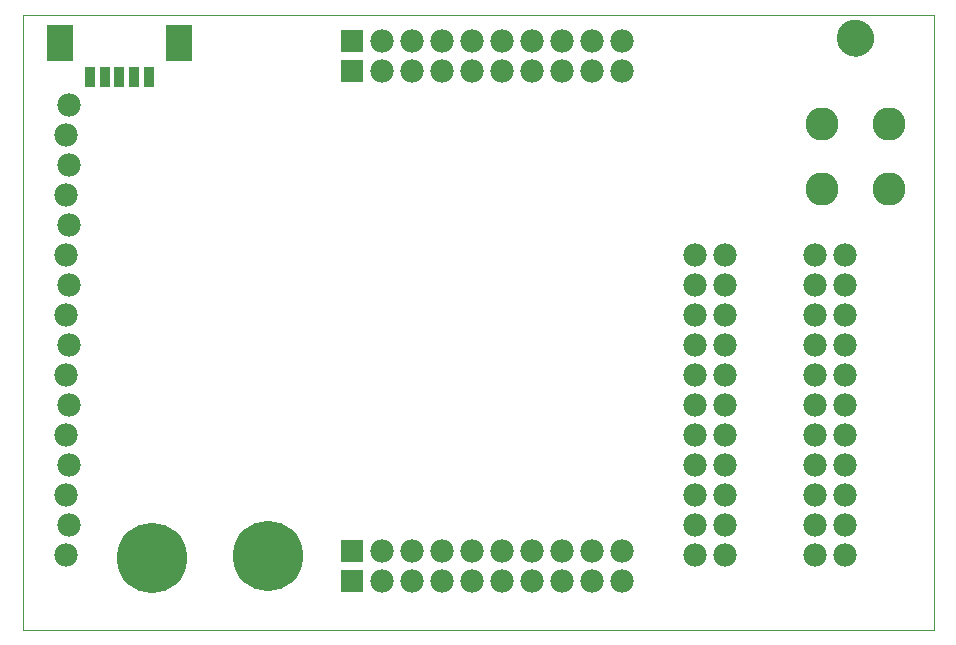
<source format=gbs>
G75*
%MOIN*%
%OFA0B0*%
%FSLAX25Y25*%
%IPPOS*%
%LPD*%
%AMOC8*
5,1,8,0,0,1.08239X$1,22.5*
%
%ADD10C,0.00000*%
%ADD11C,0.07800*%
%ADD12R,0.03550X0.06699*%
%ADD13R,0.08668X0.12211*%
%ADD14R,0.07800X0.07800*%
%ADD15C,0.23400*%
%ADD16C,0.12211*%
%ADD17C,0.11030*%
D10*
X0002194Y0006842D02*
X0002194Y0211802D01*
X0305894Y0211802D01*
X0305894Y0006842D01*
X0002194Y0006842D01*
X0273768Y0204086D02*
X0273770Y0204239D01*
X0273776Y0204393D01*
X0273786Y0204546D01*
X0273800Y0204698D01*
X0273818Y0204851D01*
X0273840Y0205002D01*
X0273865Y0205153D01*
X0273895Y0205304D01*
X0273929Y0205454D01*
X0273966Y0205602D01*
X0274007Y0205750D01*
X0274052Y0205896D01*
X0274101Y0206042D01*
X0274154Y0206186D01*
X0274210Y0206328D01*
X0274270Y0206469D01*
X0274334Y0206609D01*
X0274401Y0206747D01*
X0274472Y0206883D01*
X0274547Y0207017D01*
X0274624Y0207149D01*
X0274706Y0207279D01*
X0274790Y0207407D01*
X0274878Y0207533D01*
X0274969Y0207656D01*
X0275063Y0207777D01*
X0275161Y0207895D01*
X0275261Y0208011D01*
X0275365Y0208124D01*
X0275471Y0208235D01*
X0275580Y0208343D01*
X0275692Y0208448D01*
X0275806Y0208549D01*
X0275924Y0208648D01*
X0276043Y0208744D01*
X0276165Y0208837D01*
X0276290Y0208926D01*
X0276417Y0209013D01*
X0276546Y0209095D01*
X0276677Y0209175D01*
X0276810Y0209251D01*
X0276945Y0209324D01*
X0277082Y0209393D01*
X0277221Y0209458D01*
X0277361Y0209520D01*
X0277503Y0209578D01*
X0277646Y0209633D01*
X0277791Y0209684D01*
X0277937Y0209731D01*
X0278084Y0209774D01*
X0278232Y0209813D01*
X0278381Y0209849D01*
X0278531Y0209880D01*
X0278682Y0209908D01*
X0278833Y0209932D01*
X0278986Y0209952D01*
X0279138Y0209968D01*
X0279291Y0209980D01*
X0279444Y0209988D01*
X0279597Y0209992D01*
X0279751Y0209992D01*
X0279904Y0209988D01*
X0280057Y0209980D01*
X0280210Y0209968D01*
X0280362Y0209952D01*
X0280515Y0209932D01*
X0280666Y0209908D01*
X0280817Y0209880D01*
X0280967Y0209849D01*
X0281116Y0209813D01*
X0281264Y0209774D01*
X0281411Y0209731D01*
X0281557Y0209684D01*
X0281702Y0209633D01*
X0281845Y0209578D01*
X0281987Y0209520D01*
X0282127Y0209458D01*
X0282266Y0209393D01*
X0282403Y0209324D01*
X0282538Y0209251D01*
X0282671Y0209175D01*
X0282802Y0209095D01*
X0282931Y0209013D01*
X0283058Y0208926D01*
X0283183Y0208837D01*
X0283305Y0208744D01*
X0283424Y0208648D01*
X0283542Y0208549D01*
X0283656Y0208448D01*
X0283768Y0208343D01*
X0283877Y0208235D01*
X0283983Y0208124D01*
X0284087Y0208011D01*
X0284187Y0207895D01*
X0284285Y0207777D01*
X0284379Y0207656D01*
X0284470Y0207533D01*
X0284558Y0207407D01*
X0284642Y0207279D01*
X0284724Y0207149D01*
X0284801Y0207017D01*
X0284876Y0206883D01*
X0284947Y0206747D01*
X0285014Y0206609D01*
X0285078Y0206469D01*
X0285138Y0206328D01*
X0285194Y0206186D01*
X0285247Y0206042D01*
X0285296Y0205896D01*
X0285341Y0205750D01*
X0285382Y0205602D01*
X0285419Y0205454D01*
X0285453Y0205304D01*
X0285483Y0205153D01*
X0285508Y0205002D01*
X0285530Y0204851D01*
X0285548Y0204698D01*
X0285562Y0204546D01*
X0285572Y0204393D01*
X0285578Y0204239D01*
X0285580Y0204086D01*
X0285578Y0203933D01*
X0285572Y0203779D01*
X0285562Y0203626D01*
X0285548Y0203474D01*
X0285530Y0203321D01*
X0285508Y0203170D01*
X0285483Y0203019D01*
X0285453Y0202868D01*
X0285419Y0202718D01*
X0285382Y0202570D01*
X0285341Y0202422D01*
X0285296Y0202276D01*
X0285247Y0202130D01*
X0285194Y0201986D01*
X0285138Y0201844D01*
X0285078Y0201703D01*
X0285014Y0201563D01*
X0284947Y0201425D01*
X0284876Y0201289D01*
X0284801Y0201155D01*
X0284724Y0201023D01*
X0284642Y0200893D01*
X0284558Y0200765D01*
X0284470Y0200639D01*
X0284379Y0200516D01*
X0284285Y0200395D01*
X0284187Y0200277D01*
X0284087Y0200161D01*
X0283983Y0200048D01*
X0283877Y0199937D01*
X0283768Y0199829D01*
X0283656Y0199724D01*
X0283542Y0199623D01*
X0283424Y0199524D01*
X0283305Y0199428D01*
X0283183Y0199335D01*
X0283058Y0199246D01*
X0282931Y0199159D01*
X0282802Y0199077D01*
X0282671Y0198997D01*
X0282538Y0198921D01*
X0282403Y0198848D01*
X0282266Y0198779D01*
X0282127Y0198714D01*
X0281987Y0198652D01*
X0281845Y0198594D01*
X0281702Y0198539D01*
X0281557Y0198488D01*
X0281411Y0198441D01*
X0281264Y0198398D01*
X0281116Y0198359D01*
X0280967Y0198323D01*
X0280817Y0198292D01*
X0280666Y0198264D01*
X0280515Y0198240D01*
X0280362Y0198220D01*
X0280210Y0198204D01*
X0280057Y0198192D01*
X0279904Y0198184D01*
X0279751Y0198180D01*
X0279597Y0198180D01*
X0279444Y0198184D01*
X0279291Y0198192D01*
X0279138Y0198204D01*
X0278986Y0198220D01*
X0278833Y0198240D01*
X0278682Y0198264D01*
X0278531Y0198292D01*
X0278381Y0198323D01*
X0278232Y0198359D01*
X0278084Y0198398D01*
X0277937Y0198441D01*
X0277791Y0198488D01*
X0277646Y0198539D01*
X0277503Y0198594D01*
X0277361Y0198652D01*
X0277221Y0198714D01*
X0277082Y0198779D01*
X0276945Y0198848D01*
X0276810Y0198921D01*
X0276677Y0198997D01*
X0276546Y0199077D01*
X0276417Y0199159D01*
X0276290Y0199246D01*
X0276165Y0199335D01*
X0276043Y0199428D01*
X0275924Y0199524D01*
X0275806Y0199623D01*
X0275692Y0199724D01*
X0275580Y0199829D01*
X0275471Y0199937D01*
X0275365Y0200048D01*
X0275261Y0200161D01*
X0275161Y0200277D01*
X0275063Y0200395D01*
X0274969Y0200516D01*
X0274878Y0200639D01*
X0274790Y0200765D01*
X0274706Y0200893D01*
X0274624Y0201023D01*
X0274547Y0201155D01*
X0274472Y0201289D01*
X0274401Y0201425D01*
X0274334Y0201563D01*
X0274270Y0201703D01*
X0274210Y0201844D01*
X0274154Y0201986D01*
X0274101Y0202130D01*
X0274052Y0202276D01*
X0274007Y0202422D01*
X0273966Y0202570D01*
X0273929Y0202718D01*
X0273895Y0202868D01*
X0273865Y0203019D01*
X0273840Y0203170D01*
X0273818Y0203321D01*
X0273800Y0203474D01*
X0273786Y0203626D01*
X0273776Y0203779D01*
X0273770Y0203933D01*
X0273768Y0204086D01*
D11*
X0201800Y0202983D03*
X0201800Y0192983D03*
X0191800Y0192983D03*
X0181800Y0192983D03*
X0171800Y0192983D03*
X0161800Y0192983D03*
X0151800Y0192983D03*
X0141800Y0192983D03*
X0131800Y0192983D03*
X0121800Y0192983D03*
X0121800Y0202983D03*
X0131800Y0202983D03*
X0141800Y0202983D03*
X0151800Y0202983D03*
X0161800Y0202983D03*
X0171800Y0202983D03*
X0181800Y0202983D03*
X0191800Y0202983D03*
X0226194Y0131842D03*
X0236194Y0131842D03*
X0236194Y0121842D03*
X0226194Y0121842D03*
X0226194Y0111842D03*
X0236194Y0111842D03*
X0236194Y0101842D03*
X0226194Y0101842D03*
X0226194Y0091842D03*
X0236194Y0091842D03*
X0236194Y0081842D03*
X0226194Y0081842D03*
X0226194Y0071842D03*
X0236194Y0071842D03*
X0236194Y0061842D03*
X0226194Y0061842D03*
X0226194Y0051842D03*
X0236194Y0051842D03*
X0236194Y0041842D03*
X0226194Y0041842D03*
X0226194Y0031842D03*
X0236194Y0031842D03*
X0266194Y0031842D03*
X0276194Y0031842D03*
X0276194Y0041842D03*
X0266194Y0041842D03*
X0266194Y0051842D03*
X0276194Y0051842D03*
X0276194Y0061842D03*
X0266194Y0061842D03*
X0266194Y0071842D03*
X0276194Y0071842D03*
X0276194Y0081842D03*
X0266194Y0081842D03*
X0266194Y0091842D03*
X0276194Y0091842D03*
X0276194Y0101842D03*
X0266194Y0101842D03*
X0266194Y0111842D03*
X0276194Y0111842D03*
X0276194Y0121842D03*
X0266194Y0121842D03*
X0266194Y0131842D03*
X0276194Y0131842D03*
X0201800Y0032983D03*
X0201800Y0022983D03*
X0191800Y0022983D03*
X0181800Y0022983D03*
X0171800Y0022983D03*
X0161800Y0022983D03*
X0151800Y0022983D03*
X0141800Y0022983D03*
X0131800Y0022983D03*
X0121800Y0022983D03*
X0121800Y0032983D03*
X0131800Y0032983D03*
X0141800Y0032983D03*
X0151800Y0032983D03*
X0161800Y0032983D03*
X0171800Y0032983D03*
X0181800Y0032983D03*
X0191800Y0032983D03*
X0017694Y0041842D03*
X0016694Y0051842D03*
X0017694Y0061842D03*
X0016694Y0071842D03*
X0017694Y0081842D03*
X0016694Y0091842D03*
X0017694Y0101842D03*
X0016694Y0111842D03*
X0017694Y0121842D03*
X0016694Y0131842D03*
X0017694Y0141842D03*
X0016694Y0151842D03*
X0017694Y0161842D03*
X0016694Y0171842D03*
X0017694Y0181842D03*
X0016694Y0031842D03*
D12*
X0024548Y0190936D03*
X0029469Y0190936D03*
X0034391Y0190936D03*
X0039312Y0190936D03*
X0044233Y0190936D03*
D13*
X0054272Y0202353D03*
X0014509Y0202353D03*
D14*
X0111800Y0202983D03*
X0111800Y0192983D03*
X0111800Y0032983D03*
X0111800Y0022983D03*
D15*
X0084083Y0031251D03*
X0045107Y0030857D03*
D16*
X0279674Y0204086D03*
D17*
X0268454Y0175346D03*
X0290894Y0175346D03*
X0290894Y0153692D03*
X0268454Y0153692D03*
M02*

</source>
